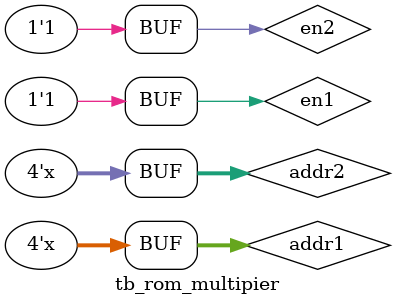
<source format=v>
module tb_rom_multipier;
    reg[3:0] addr1, addr2;
    reg en1, en2;
    wire [15:0] data;
    
    rom_multiplier uut(addr1, addr2, en1, en2, data);
    //100 이후 en1와 en2를 설정
    initial begin
        addr1 = 4'd0;
        addr2 = 4'd0;
        en1 = 1'b0;
        en2 = 1'b0;
        #100 
        en1 = 1'b1;
        en2 = 1'b1;
    end 
    //주소를 20마다 증가시켜줌
    always begin
        #20
        addr1 = addr1 + 4'd1;
        addr2 = addr2 + 4'd2;
    end


endmodule
</source>
